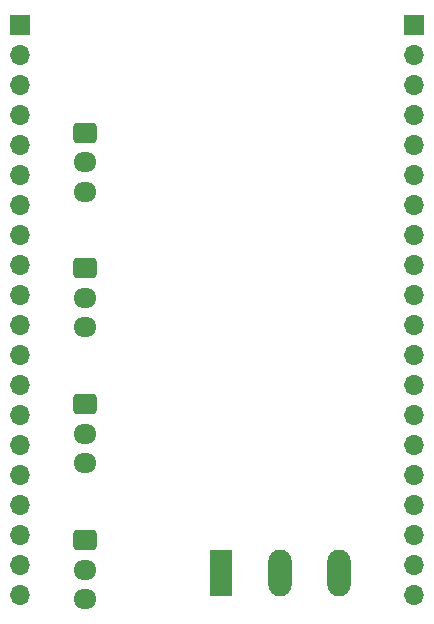
<source format=gbr>
%TF.GenerationSoftware,KiCad,Pcbnew,8.0.5*%
%TF.CreationDate,2024-10-31T16:18:24-07:00*%
%TF.ProjectId,CustomMotorshield,43757374-6f6d-44d6-9f74-6f7273686965,rev?*%
%TF.SameCoordinates,Original*%
%TF.FileFunction,Soldermask,Bot*%
%TF.FilePolarity,Negative*%
%FSLAX46Y46*%
G04 Gerber Fmt 4.6, Leading zero omitted, Abs format (unit mm)*
G04 Created by KiCad (PCBNEW 8.0.5) date 2024-10-31 16:18:24*
%MOMM*%
%LPD*%
G01*
G04 APERTURE LIST*
G04 Aperture macros list*
%AMRoundRect*
0 Rectangle with rounded corners*
0 $1 Rounding radius*
0 $2 $3 $4 $5 $6 $7 $8 $9 X,Y pos of 4 corners*
0 Add a 4 corners polygon primitive as box body*
4,1,4,$2,$3,$4,$5,$6,$7,$8,$9,$2,$3,0*
0 Add four circle primitives for the rounded corners*
1,1,$1+$1,$2,$3*
1,1,$1+$1,$4,$5*
1,1,$1+$1,$6,$7*
1,1,$1+$1,$8,$9*
0 Add four rect primitives between the rounded corners*
20,1,$1+$1,$2,$3,$4,$5,0*
20,1,$1+$1,$4,$5,$6,$7,0*
20,1,$1+$1,$6,$7,$8,$9,0*
20,1,$1+$1,$8,$9,$2,$3,0*%
G04 Aperture macros list end*
%ADD10O,1.980000X3.960000*%
%ADD11R,1.980000X3.960000*%
%ADD12O,1.950000X1.700000*%
%ADD13RoundRect,0.250000X-0.725000X0.600000X-0.725000X-0.600000X0.725000X-0.600000X0.725000X0.600000X0*%
%ADD14R,1.700000X1.700000*%
%ADD15O,1.700000X1.700000*%
G04 APERTURE END LIST*
D10*
%TO.C,J4*%
X93500000Y-146500000D03*
X88500000Y-146500000D03*
D11*
X83500000Y-146500000D03*
%TD*%
D12*
%TO.C,Motor4*%
X72000000Y-114220000D03*
X72000000Y-111720000D03*
D13*
X72000000Y-109220000D03*
%TD*%
D12*
%TO.C,Motor2*%
X72000000Y-137220000D03*
X72000000Y-134720000D03*
D13*
X72000000Y-132220000D03*
%TD*%
D12*
%TO.C,Motor1*%
X72000000Y-148720000D03*
X72000000Y-146220000D03*
D13*
X72000000Y-143720000D03*
%TD*%
D14*
%TO.C,J1*%
X99837500Y-100080000D03*
D15*
X99837500Y-102620000D03*
X99837500Y-105160000D03*
X99837500Y-107700000D03*
X99837500Y-110240000D03*
X99837500Y-112780000D03*
X99837500Y-115320000D03*
X99837500Y-117860000D03*
X99837500Y-120400000D03*
X99837500Y-122940000D03*
X99837500Y-125480000D03*
X99837500Y-128020000D03*
X99837500Y-130560000D03*
X99837500Y-133100000D03*
X99837500Y-135640000D03*
X99837500Y-138180000D03*
X99837500Y-140720000D03*
X99837500Y-143260000D03*
X99837500Y-145800000D03*
X99837500Y-148340000D03*
%TD*%
D12*
%TO.C,Motor3*%
X72000000Y-125720000D03*
X72000000Y-123220000D03*
D13*
X72000000Y-120720000D03*
%TD*%
D14*
%TO.C,J2*%
X66500000Y-100080000D03*
D15*
X66500000Y-102620000D03*
X66500000Y-105160000D03*
X66500000Y-107700000D03*
X66500000Y-110240000D03*
X66500000Y-112780000D03*
X66500000Y-115320000D03*
X66500000Y-117860000D03*
X66500000Y-120400000D03*
X66500000Y-122940000D03*
X66500000Y-125480000D03*
X66500000Y-128020000D03*
X66500000Y-130560000D03*
X66500000Y-133100000D03*
X66500000Y-135640000D03*
X66500000Y-138180000D03*
X66500000Y-140720000D03*
X66500000Y-143260000D03*
X66500000Y-145800000D03*
X66500000Y-148340000D03*
%TD*%
M02*

</source>
